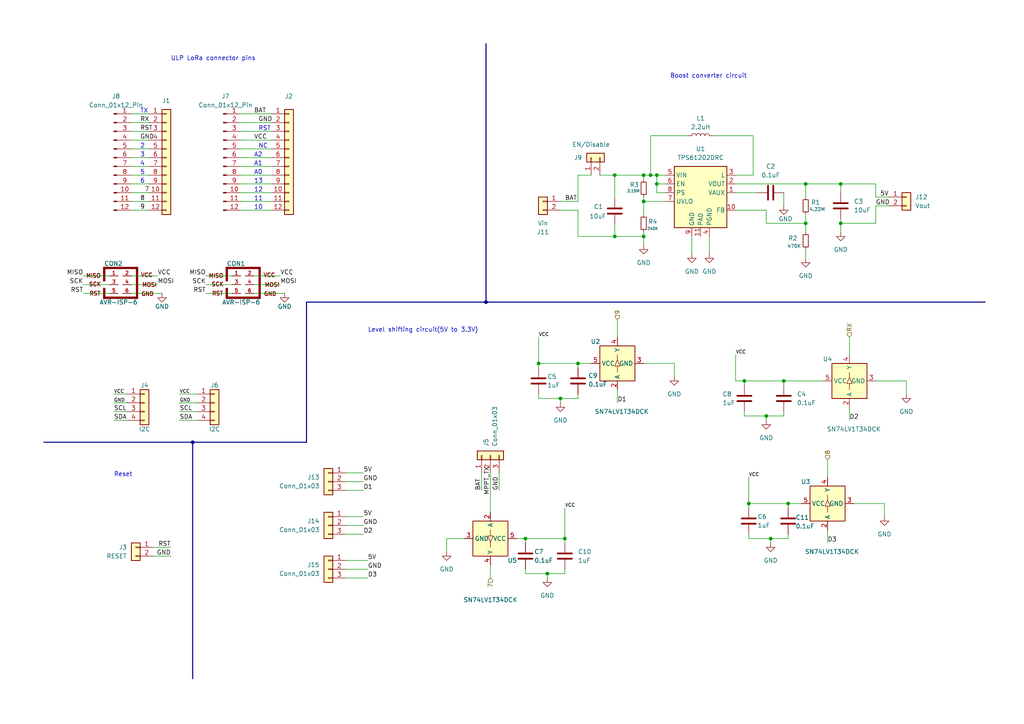
<source format=kicad_sch>
(kicad_sch (version 20230121) (generator eeschema)
  (paper "A4")
  (title_block (title "ULP LoRa HAT v1.0.1") (date "2023-12-01") (rev "v1.0.1") (company "ICFOSS"))
  (lib_symbols
    (symbol "Connector:Conn_01x12_Pin" (pin_names (offset 1.016) hide)
      (property "Reference" "J" (at 0 15.24 0))
      (property "Value" "Conn_01x12_Pin" (at 0 -17.78 0))
      (symbol "Conn_01x12_Pin_1_1"
        (polyline (pts (xy 1.27 -15.24) (xy 0.8636 -15.24)) (stroke (width 0.1524)))
        (polyline (pts (xy 1.27 -12.7) (xy 0.8636 -12.7)) (stroke (width 0.1524)))
        (polyline (pts (xy 1.27 -10.16) (xy 0.8636 -10.16)) (stroke (width 0.1524)))
        (polyline (pts (xy 1.27 -7.62) (xy 0.8636 -7.62)) (stroke (width 0.1524)))
        (polyline (pts (xy 1.27 -5.08) (xy 0.8636 -5.08)) (stroke (width 0.1524)))
        (polyline (pts (xy 1.27 -2.54) (xy 0.8636 -2.54)) (stroke (width 0.1524)))
        (polyline (pts (xy 1.27 0) (xy 0.8636 0)) (stroke (width 0.1524)))
        (polyline (pts (xy 1.27 2.54) (xy 0.8636 2.54)) (stroke (width 0.1524)))
        (polyline (pts (xy 1.27 5.08) (xy 0.8636 5.08)) (stroke (width 0.1524)))
        (polyline (pts (xy 1.27 7.62) (xy 0.8636 7.62)) (stroke (width 0.1524)))
        (polyline (pts (xy 1.27 10.16) (xy 0.8636 10.16)) (stroke (width 0.1524)))
        (polyline (pts (xy 1.27 12.7) (xy 0.8636 12.7)) (stroke (width 0.1524)))
        (rectangle (start 0.8636 -15.113) (end 0 -15.367) (stroke (width 0.1524)) (fill (type outline)))
        (rectangle (start 0.8636 -12.573) (end 0 -12.827) (stroke (width 0.1524)) (fill (type outline)))
        (rectangle (start 0.8636 -10.033) (end 0 -10.287) (stroke (width 0.1524)) (fill (type outline)))
        (rectangle (start 0.8636 -7.493) (end 0 -7.747) (stroke (width 0.1524)) (fill (type outline)))
        (rectangle (start 0.8636 -4.953) (end 0 -5.207) (stroke (width 0.1524)) (fill (type outline)))
        (rectangle (start 0.8636 -2.413) (end 0 -2.667) (stroke (width 0.1524)) (fill (type outline)))
        (rectangle (start 0.8636 0.127) (end 0 -0.127) (stroke (width 0.1524)) (fill (type outline)))
        (rectangle (start 0.8636 2.667) (end 0 2.413) (stroke (width 0.1524)) (fill (type outline)))
        (rectangle (start 0.8636 5.207) (end 0 4.953) (stroke (width 0.1524)) (fill (type outline)))
        (rectangle (start 0.8636 7.747) (end 0 7.493) (stroke (width 0.1524)) (fill (type outline)))
        (rectangle (start 0.8636 10.287) (end 0 10.033) (stroke (width 0.1524)) (fill (type outline)))
        (rectangle (start 0.8636 12.827) (end 0 12.573) (stroke (width 0.1524)) (fill (type outline)))
        (pin passive line (at 5.08 12.7 180) (length 3.81) (name "Pin_1") (number "1"))
        (pin passive line (at 5.08 -10.16 180) (length 3.81) (name "Pin_10") (number "10"))
        (pin passive line (at 5.08 -12.7 180) (length 3.81) (name "Pin_11") (number "11"))
        (pin passive line (at 5.08 -15.24 180) (length 3.81) (name "Pin_12") (number "12"))
        (pin passive line (at 5.08 10.16 180) (length 3.81) (name "Pin_2") (number "2"))
        (pin passive line (at 5.08 7.62 180) (length 3.81) (name "Pin_3") (number "3"))
        (pin passive line (at 5.08 5.08 180) (length 3.81) (name "Pin_4") (number "4"))
        (pin passive line (at 5.08 2.54 180) (length 3.81) (name "Pin_5") (number "5"))
        (pin passive line (at 5.08 0 180) (length 3.81) (name "Pin_6") (number "6"))
        (pin passive line (at 5.08 -2.54 180) (length 3.81) (name "Pin_7") (number "7"))
        (pin passive line (at 5.08 -5.08 180) (length 3.81) (name "Pin_8") (number "8"))
        (pin passive line (at 5.08 -7.62 180) (length 3.81) (name "Pin_9") (number "9"))
      )
    )
    (symbol "Connector_Generic:Conn_01x02" (pin_names (offset 1.016) hide)
      (property "Reference" "J" (at 0 2.54 0))
      (property "Value" "Conn_01x02" (at 0 -5.08 0))
      (symbol "Conn_01x02_1_1"
        (rectangle (start -1.27 -2.413) (end 0 -2.667) (stroke (width 0.1524)))
        (rectangle (start -1.27 0.127) (end 0 -0.127) (stroke (width 0.1524)))
        (rectangle (start -1.27 1.27) (end 1.27 -3.81) (stroke (width 0.254)) (fill (type background)))
        (pin passive line (at -5.08 0 0) (length 3.81) (name "Pin_1") (number "1"))
        (pin passive line (at -5.08 -2.54 0) (length 3.81) (name "Pin_2") (number "2"))
      )
    )
    (symbol "Connector_Generic:Conn_01x03" (pin_names (offset 1.016) hide)
      (property "Reference" "J" (at 0 5.08 0))
      (property "Value" "Conn_01x03" (at 0 -5.08 0))
      (symbol "Conn_01x03_1_1"
        (rectangle (start -1.27 -2.413) (end 0 -2.667) (stroke (width 0.1524)))
        (rectangle (start -1.27 0.127) (end 0 -0.127) (stroke (width 0.1524)))
        (rectangle (start -1.27 2.667) (end 0 2.413) (stroke (width 0.1524)))
        (rectangle (start -1.27 3.81) (end 1.27 -3.81) (stroke (width 0.254)) (fill (type background)))
        (pin passive line (at -5.08 2.54 0) (length 3.81) (name "Pin_1") (number "1"))
        (pin passive line (at -5.08 0 0) (length 3.81) (name "Pin_2") (number "2"))
        (pin passive line (at -5.08 -2.54 0) (length 3.81) (name "Pin_3") (number "3"))
      )
    )
    (symbol "Connector_Generic:Conn_01x12" (pin_names (offset 1.016) hide)
      (property "Reference" "J" (at 0 15.24 0))
      (property "Value" "Conn_01x12" (at 0 -17.78 0))
      (symbol "Conn_01x12_1_1"
        (rectangle (start -1.27 -15.113) (end 0 -15.367) (stroke (width 0.1524)))
        (rectangle (start -1.27 -12.573) (end 0 -12.827) (stroke (width 0.1524)))
        (rectangle (start -1.27 -10.033) (end 0 -10.287) (stroke (width 0.1524)))
        (rectangle (start -1.27 -7.493) (end 0 -7.747) (stroke (width 0.1524)))
        (rectangle (start -1.27 -4.953) (end 0 -5.207) (stroke (width 0.1524)))
        (rectangle (start -1.27 -2.413) (end 0 -2.667) (stroke (width 0.1524)))
        (rectangle (start -1.27 0.127) (end 0 -0.127) (stroke (width 0.1524)))
        (rectangle (start -1.27 2.667) (end 0 2.413) (stroke (width 0.1524)))
        (rectangle (start -1.27 5.207) (end 0 4.953) (stroke (width 0.1524)))
        (rectangle (start -1.27 7.747) (end 0 7.493) (stroke (width 0.1524)))
        (rectangle (start -1.27 10.287) (end 0 10.033) (stroke (width 0.1524)))
        (rectangle (start -1.27 12.827) (end 0 12.573) (stroke (width 0.1524)))
        (rectangle (start -1.27 13.97) (end 1.27 -16.51) (stroke (width 0.254)) (fill (type background)))
        (pin passive line (at -5.08 12.7 0) (length 3.81) (name "Pin_1") (number "1"))
        (pin passive line (at -5.08 -10.16 0) (length 3.81) (name "Pin_10") (number "10"))
        (pin passive line (at -5.08 -12.7 0) (length 3.81) (name "Pin_11") (number "11"))
        (pin passive line (at -5.08 -15.24 0) (length 3.81) (name "Pin_12") (number "12"))
        (pin passive line (at -5.08 10.16 0) (length 3.81) (name "Pin_2") (number "2"))
        (pin passive line (at -5.08 7.62 0) (length 3.81) (name "Pin_3") (number "3"))
        (pin passive line (at -5.08 5.08 0) (length 3.81) (name "Pin_4") (number "4"))
        (pin passive line (at -5.08 2.54 0) (length 3.81) (name "Pin_5") (number "5"))
        (pin passive line (at -5.08 0 0) (length 3.81) (name "Pin_6") (number "6"))
        (pin passive line (at -5.08 -2.54 0) (length 3.81) (name "Pin_7") (number "7"))
        (pin passive line (at -5.08 -5.08 0) (length 3.81) (name "Pin_8") (number "8"))
        (pin passive line (at -5.08 -7.62 0) (length 3.81) (name "Pin_9") (number "9"))
      )
    )
    (symbol "Device:C" (pin_numbers hide) (pin_names (offset 0.254))
      (property "Reference" "C" (at 0.635 2.54 0))
      (property "Value" "C" (at 0.635 -2.54 0))
      (symbol "C_0_1"
        (polyline (pts (xy -2.032 -0.762) (xy 2.032 -0.762)) (stroke (width 0.508)))
        (polyline (pts (xy -2.032 0.762) (xy 2.032 0.762)) (stroke (width 0.508)))
      )
      (symbol "C_1_1"
        (pin passive line (at 0 3.81 270) (length 2.794) (name "~") (number "1"))
        (pin passive line (at 0 -3.81 90) (length 2.794) (name "~") (number "2"))
      )
    )
    (symbol "Device:L" (pin_numbers hide) (pin_names (offset 1.016) hide)
      (property "Reference" "L" (at -1.27 0 90))
      (property "Value" "L" (at 1.905 0 90))
      (symbol "L_0_1"
        (arc (start 0 -2.54) (mid 0.6323 -1.905) (end 0 -1.27))
        (arc (start 0 -1.27) (mid 0.6323 -0.635) (end 0 0))
        (arc (start 0 0) (mid 0.6323 0.635) (end 0 1.27))
        (arc (start 0 1.27) (mid 0.6323 1.905) (end 0 2.54))
      )
      (symbol "L_1_1"
        (pin passive line (at 0 3.81 270) (length 1.27) (name "1") (number "1"))
        (pin passive line (at 0 -3.81 90) (length 1.27) (name "2") (number "2"))
      )
    )
    (symbol "Device:R_Small" (pin_numbers hide) (pin_names (offset 0.254) hide)
      (property "Reference" "R" (at 0.762 0.508 0))
      (property "Value" "R_Small" (at 0.762 -1.016 0))
      (symbol "R_Small_0_1"
        (rectangle (start -0.762 1.778) (end 0.762 -1.778) (stroke (width 0.2032)))
      )
      (symbol "R_Small_1_1"
        (pin passive line (at 0 2.54 270) (length 0.762) (name "~") (number "1"))
        (pin passive line (at 0 -2.54 90) (length 0.762) (name "~") (number "2"))
      )
    )
    (symbol "Logic_LevelTranslator:SN74LV1T34DCK"
      (property "Reference" "U" (at 5.08 6.35 0))
      (property "Value" "SN74LV1T34DCK" (at 5.08 3.81 0))
      (symbol "SN74LV1T34DCK_0_1"
        (rectangle (start -5.08 5.08) (end 5.08 -5.08) (stroke (width 0.254)) (fill (type background)))
        (polyline (pts (xy -0.762 0) (xy -2.54 0)))
        (polyline (pts (xy 1.016 0) (xy 2.54 0)))
      )
      (symbol "SN74LV1T34DCK_1_1"
        (polyline (pts (xy -0.762 -0.762) (xy -0.762 0.762) (xy 1.016 0) (xy -0.762 -0.762)))
        (pin no_connect line (at -5.08 2.54 0) (length 2.54) hide (name "NC") (number "1"))
        (pin input line (at -7.62 0 0) (length 2.54) (name "A") (number "2"))
        (pin power_in line (at 0 -7.62 90) (length 2.54) (name "GND") (number "3"))
        (pin output line (at 7.62 0 180) (length 2.54) (name "Y") (number "4"))
        (pin power_in line (at 0 7.62 270) (length 2.54) (name "VCC") (number "5"))
      )
    )
    (symbol "Regulator_Switching:TPS61202DRC"
      (property "Reference" "U" (at -10.16 8.89 0))
      (property "Value" "TPS61202DRC" (at -2.54 8.89 0))
      (symbol "TPS61202DRC_0_1"
        (rectangle (start -7.62 7.62) (end 7.62 -10.16) (stroke (width 0.254)) (fill (type background)))
      )
      (symbol "TPS61202DRC_1_1"
        (pin bidirectional line (at 10.16 0 180) (length 2.54) (name "VAUX") (number "1"))
        (pin input line (at 10.16 -5.08 180) (length 2.54) (name "FB") (number "10"))
        (pin power_in line (at 0 -12.7 90) (length 2.54) (name "PAD") (number "11"))
        (pin power_out line (at 10.16 2.54 180) (length 2.54) (name "VOUT") (number "2"))
        (pin input line (at 10.16 5.08 180) (length 2.54) (name "L") (number "3"))
        (pin power_in line (at 2.54 -12.7 90) (length 2.54) (name "PGND") (number "4"))
        (pin power_in line (at -10.16 5.08 0) (length 2.54) (name "VIN") (number "5"))
        (pin input line (at -10.16 2.54 0) (length 2.54) (name "EN") (number "6"))
        (pin input line (at -10.16 -2.54 0) (length 2.54) (name "UVLO") (number "7"))
        (pin input line (at -10.16 0 0) (length 2.54) (name "PS") (number "8"))
        (pin power_in line (at -2.54 -12.7 90) (length 2.54) (name "GND") (number "9"))
      )
    )
    (symbol "ULPLoRa-rescue:AVR-ISP-6" (pin_names (offset 1.016))
      (property "Reference" "CON" (at -2.667 6.096 0))
      (property "Value" "AVR-ISP-6" (at -6.731 -5.842 0))
      (symbol "AVR-ISP-6_0_0"
        (text "SCK" (at -8.001 0.127 0) (effects (font (size 1.143 1.143) bold)))
        (text "VCC" (at 6.985 2.794 0) (effects (font (size 1.143 1.143) bold)))
      )
      (symbol "AVR-ISP-6_0_1"
        (rectangle (start -5.207 -3.556) (end 4.191 -4.064) (fill (type outline)))
        (rectangle (start -5.207 5.08) (end 3.937 4.572) (fill (type outline)))
        (rectangle (start -5.08 -4.064) (end -5.588 -1.016) (fill (type outline)))
        (rectangle (start -5.08 5.08) (end -5.588 1.016) (fill (type outline)))
        (rectangle (start 3.937 5.08) (end 4.445 -4.064) (fill (type outline)))
      )
      (symbol "AVR-ISP-6_1_0"
        (text "GND" (at 7.239 -2.667 0) (effects (font (size 1.143 1.143) bold)))
        (text "MISO" (at -8.4582 2.5908 0) (effects (font (size 1.143 1.143) bold)))
        (text "MOSI" (at 7.7978 -0.0508 0) (effects (font (size 1.143 1.143) bold)))
        (text "RST" (at -8.001 -2.54 0) (effects (font (size 1.143 1.143) bold)))
      )
      (symbol "AVR-ISP-6_1_1"
        (pin passive line (at -3.81 2.54 0) (length 2.54) (name "~") (number "1"))
        (pin passive line (at 2.54 2.54 180) (length 2.54) (name "~") (number "2"))
        (pin passive line (at -3.81 0 0) (length 2.54) (name "~") (number "3"))
        (pin passive line (at 2.54 0 180) (length 2.54) (name "~") (number "4"))
        (pin passive line (at -3.81 -2.54 0) (length 2.54) (name "~") (number "5"))
        (pin passive line (at 2.54 -2.54 180) (length 2.54) (name "~") (number "6"))
      )
    )
    (symbol "ULPLoRa-rescue:Conn_01x04" (pin_names (offset 1.016) hide)
      (property "Reference" "J" (at 0 5.08 0))
      (property "Value" "Conn_01x04" (at 0 -7.62 0))
      (symbol "Conn_01x04_1_1"
        (rectangle (start -1.27 -4.953) (end 0 -5.207) (stroke (width 0.1524)))
        (rectangle (start -1.27 -2.413) (end 0 -2.667) (stroke (width 0.1524)))
        (rectangle (start -1.27 0.127) (end 0 -0.127) (stroke (width 0.1524)))
        (rectangle (start -1.27 2.667) (end 0 2.413) (stroke (width 0.1524)))
        (rectangle (start -1.27 3.81) (end 1.27 -6.35) (stroke (width 0.254)) (fill (type background)))
        (pin passive line (at -5.08 2.54 0) (length 3.81) (name "Pin_1") (number "1"))
        (pin passive line (at -5.08 0 0) (length 3.81) (name "Pin_2") (number "2"))
        (pin passive line (at -5.08 -2.54 0) (length 3.81) (name "Pin_3") (number "3"))
        (pin passive line (at -5.08 -5.08 0) (length 3.81) (name "Pin_4") (number "4"))
      )
    )
    (symbol "ULPLoRa-rescue:GND" (power) (pin_names (offset 0))
      (property "Value" "GND" (at 0 -3.81 0))
      (symbol "GND_0_1"
        (polyline (pts (xy 0 0) (xy 0 -1.27) (xy 1.27 -1.27) (xy 0 -2.54) (xy -1.27 -1.27) (xy 0 -1.27)))
      )
      (symbol "GND_1_1"
        (pin power_in line (at 0 0 270) (length 0) hide (name "GND") (number "1"))
      )
    )
    (symbol "power:GND" (power) (pin_names (offset 0))
      (property "Value" "GND" (at 0 -3.81 0))
      (symbol "GND_0_1"
        (polyline (pts (xy 0 0) (xy 0 -1.27) (xy 1.27 -1.27) (xy 0 -2.54) (xy -1.27 -1.27) (xy 0 -1.27)))
      )
      (symbol "GND_1_1"
        (pin power_in line (at 0 0 270) (length 0) hide (name "GND") (number "1"))
      )
    )
  )
  (junction (at 140.97 87.63))
  (junction (at 186.69 50.8))
  (junction (at 167.64 105.41))
  (junction (at 222.25 120.65))
  (junction (at 163.83 156.21))
  (junction (at 188.6907 50.8))
  (junction (at 190.5 53.34))
  (junction (at 243.84 64.77))
  (junction (at 215.9 110.49))
  (junction (at 178.308 68.58))
  (junction (at 217.17 146.05))
  (junction (at 228.6 146.05))
  (junction (at 233.68 53.34))
  (junction (at 186.69 68.58))
  (junction (at 186.69 58.42))
  (junction (at 152.4 156.21))
  (junction (at 156.21 105.41))
  (junction (at 233.68 64.77))
  (junction (at 162.56 115.57))
  (junction (at 178.308 50.8))
  (junction (at 55.88 128.27))
  (junction (at 223.52 156.21))
  (junction (at 227.33 110.49))
  (junction (at 190.5 50.8))
  (junction (at 158.75 166.37))
  (junction (at 243.84 53.34))
  (wire (pts (xy 38.1 80.01) (xy 45.72 80.01)))
  (wire (pts (xy 262.89 110.49) (xy 262.89 114.3)))
  (wire (pts (xy 167.64 106.68) (xy 167.64 105.41)))
  (wire (pts (xy 142.24 137.16) (xy 142.24 148.59)))
  (wire (pts (xy 243.84 64.77) (xy 254 64.77)))
  (wire (pts (xy 69.85 48.26) (xy 78.74 48.26)))
  (wire (pts (xy 233.68 53.34) (xy 233.68 57.15)))
  (wire (pts (xy 167.64 68.58) (xy 178.308 68.58)))
  (wire (pts (xy 246.38 97.79) (xy 246.38 102.87)))
  (wire (pts (xy 233.68 64.77) (xy 233.68 67.31)))
  (wire (pts (xy 223.52 156.21) (xy 223.52 157.48)))
  (wire (pts (xy 233.68 53.34) (xy 243.84 53.34)))
  (wire (pts (xy 222.25 120.65) (xy 222.25 121.92)))
  (wire (pts (xy 69.85 43.18) (xy 78.74 43.18)))
  (wire (pts (xy 217.17 138.43) (xy 217.17 146.05)))
  (wire (pts (xy 73.66 85.09) (xy 82.55 85.09)))
  (wire (pts (xy 100.33 154.94) (xy 105.41 154.94)))
  (wire (pts (xy 246.38 118.11) (xy 246.38 121.92)))
  (wire (pts (xy 152.4 166.37) (xy 158.75 166.37)))
  (wire (pts (xy 200.66 68.58) (xy 200.66 73.66)))
  (wire (pts (xy 69.85 58.42) (xy 78.74 58.42)))
  (wire (pts (xy 186.69 57.15) (xy 186.69 58.42)))
  (wire (pts (xy 167.64 60.96) (xy 167.64 68.58)))
  (wire (pts (xy 222.25 64.77) (xy 233.68 64.77)))
  (wire (pts (xy 69.85 35.56) (xy 78.74 35.56)))
  (wire (pts (xy 227.33 55.88) (xy 227.33 59.69)))
  (wire (pts (xy 67.31 80.01) (xy 59.69 80.01)))
  (wire (pts (xy 243.84 63.5) (xy 243.84 64.77)))
  (wire (pts (xy 156.21 106.68) (xy 156.21 105.41)))
  (wire (pts (xy 233.68 72.39) (xy 233.68 74.93)))
  (wire (pts (xy 73.66 80.01) (xy 81.28 80.01)))
  (bus (pts (xy 88.9 87.63) (xy 140.97 87.63)))
  (wire (pts (xy 100.33 142.24) (xy 105.41 142.24)))
  (wire (pts (xy 33.02 121.92) (xy 36.83 121.92)))
  (wire (pts (xy 139.7 142.24) (xy 139.7 137.16)))
  (wire (pts (xy 227.33 111.76) (xy 227.33 110.49)))
  (wire (pts (xy 254 110.49) (xy 262.89 110.49)))
  (wire (pts (xy 205.74 68.58) (xy 205.74 73.66)))
  (wire (pts (xy 213.36 53.34) (xy 233.68 53.34)))
  (wire (pts (xy 186.69 68.58) (xy 186.69 71.12)))
  (wire (pts (xy 49.53 161.29) (xy 44.45 161.29)))
  (wire (pts (xy 38.1 58.42) (xy 43.18 58.42)))
  (wire (pts (xy 69.85 33.02) (xy 78.74 33.02)))
  (wire (pts (xy 100.33 149.86) (xy 105.41 149.86)))
  (wire (pts (xy 156.21 97.79) (xy 156.21 105.41)))
  (wire (pts (xy 186.69 50.8) (xy 186.69 52.07)))
  (wire (pts (xy 149.86 156.21) (xy 152.4 156.21)))
  (wire (pts (xy 228.6 154.94) (xy 228.6 156.21)))
  (wire (pts (xy 213.36 60.96) (xy 222.25 60.96)))
  (wire (pts (xy 227.33 119.38) (xy 227.33 120.65)))
  (wire (pts (xy 100.33 137.16) (xy 105.41 137.16)))
  (wire (pts (xy 31.75 80.01) (xy 24.13 80.01)))
  (wire (pts (xy 31.75 85.09) (xy 24.13 85.09)))
  (wire (pts (xy 178.308 50.8) (xy 178.308 57.404)))
  (wire (pts (xy 52.07 116.84) (xy 57.15 116.84)))
  (wire (pts (xy 100.33 167.64) (xy 106.68 167.64)))
  (wire (pts (xy 38.1 50.8) (xy 43.18 50.8)))
  (wire (pts (xy 256.54 146.05) (xy 256.54 149.86)))
  (wire (pts (xy 186.69 105.41) (xy 195.58 105.41)))
  (wire (pts (xy 38.1 82.55) (xy 45.72 82.55)))
  (wire (pts (xy 38.1 45.72) (xy 43.18 45.72)))
  (wire (pts (xy 69.85 50.8) (xy 78.74 50.8)))
  (wire (pts (xy 162.56 58.42) (xy 167.64 58.42)))
  (bus (pts (xy 140.97 87.63) (xy 285.75 87.63)))
  (wire (pts (xy 217.17 146.05) (xy 228.6 146.05)))
  (wire (pts (xy 158.75 166.37) (xy 158.75 167.64)))
  (wire (pts (xy 52.07 121.92) (xy 57.15 121.92)))
  (wire (pts (xy 100.33 152.4) (xy 105.41 152.4)))
  (wire (pts (xy 163.83 147.32) (xy 163.83 156.21)))
  (wire (pts (xy 218.44 39.37) (xy 218.44 50.8)))
  (wire (pts (xy 222.25 60.96) (xy 222.25 64.77)))
  (wire (pts (xy 73.66 82.55) (xy 81.28 82.55)))
  (wire (pts (xy 152.4 156.21) (xy 163.83 156.21)))
  (wire (pts (xy 162.56 115.57) (xy 162.56 116.84)))
  (wire (pts (xy 129.54 156.21) (xy 129.54 160.02)))
  (wire (pts (xy 222.25 120.65) (xy 227.33 120.65)))
  (wire (pts (xy 33.02 119.38) (xy 36.83 119.38)))
  (wire (pts (xy 217.17 147.32) (xy 217.17 146.05)))
  (wire (pts (xy 167.64 114.3) (xy 167.64 115.57)))
  (wire (pts (xy 69.85 60.96) (xy 78.74 60.96)))
  (wire (pts (xy 162.56 115.57) (xy 167.64 115.57)))
  (wire (pts (xy 179.07 92.71) (xy 179.07 97.79)))
  (wire (pts (xy 186.69 58.42) (xy 193.04 58.42)))
  (wire (pts (xy 33.02 116.84) (xy 36.83 116.84)))
  (wire (pts (xy 213.36 110.49) (xy 215.9 110.49)))
  (wire (pts (xy 52.07 114.3) (xy 57.15 114.3)))
  (wire (pts (xy 240.03 133.35) (xy 240.03 138.43)))
  (wire (pts (xy 49.53 158.75) (xy 44.45 158.75)))
  (wire (pts (xy 52.07 119.38) (xy 57.15 119.38)))
  (wire (pts (xy 163.83 157.48) (xy 163.83 156.21)))
  (wire (pts (xy 179.07 113.03) (xy 179.07 116.84)))
  (wire (pts (xy 178.308 50.8) (xy 186.69 50.8)))
  (wire (pts (xy 38.1 55.88) (xy 43.18 55.88)))
  (wire (pts (xy 173.99 50.8) (xy 178.308 50.8)))
  (wire (pts (xy 199.39 39.37) (xy 188.6907 39.37)))
  (wire (pts (xy 228.6 146.05) (xy 232.41 146.05)))
  (wire (pts (xy 38.1 35.56) (xy 43.18 35.56)))
  (wire (pts (xy 38.1 53.34) (xy 43.18 53.34)))
  (wire (pts (xy 190.5 53.34) (xy 190.5 50.8)))
  (wire (pts (xy 162.56 60.96) (xy 167.64 60.96)))
  (bus (pts (xy 12.7 128.27) (xy 55.88 128.27)))
  (wire (pts (xy 247.65 146.05) (xy 256.54 146.05)))
  (wire (pts (xy 38.1 40.64) (xy 43.18 40.64)))
  (wire (pts (xy 167.64 50.8) (xy 171.45 50.8)))
  (wire (pts (xy 188.6907 39.37) (xy 188.6907 50.8)))
  (wire (pts (xy 240.03 153.67) (xy 240.03 157.48)))
  (wire (pts (xy 223.52 156.21) (xy 228.6 156.21)))
  (wire (pts (xy 156.21 115.57) (xy 162.56 115.57)))
  (wire (pts (xy 134.62 156.21) (xy 129.54 156.21)))
  (wire (pts (xy 156.21 114.3) (xy 156.21 115.57)))
  (wire (pts (xy 142.24 163.83) (xy 142.24 167.64)))
  (wire (pts (xy 69.85 40.64) (xy 78.74 40.64)))
  (wire (pts (xy 67.31 82.55) (xy 59.69 82.55)))
  (wire (pts (xy 243.84 53.34) (xy 254 53.34)))
  (wire (pts (xy 243.84 53.34) (xy 243.84 55.88)))
  (wire (pts (xy 100.33 165.1) (xy 106.68 165.1)))
  (wire (pts (xy 31.75 82.55) (xy 24.13 82.55)))
  (wire (pts (xy 195.58 105.41) (xy 195.58 109.22)))
  (wire (pts (xy 67.31 85.09) (xy 59.69 85.09)))
  (bus (pts (xy 55.88 128.27) (xy 55.88 196.85)))
  (bus (pts (xy 88.9 87.63) (xy 88.9 128.27)))
  (wire (pts (xy 152.4 165.1) (xy 152.4 166.37)))
  (wire (pts (xy 207.01 39.37) (xy 218.44 39.37)))
  (wire (pts (xy 38.1 48.26) (xy 43.18 48.26)))
  (wire (pts (xy 213.36 102.87) (xy 213.36 110.49)))
  (bus (pts (xy 88.9 128.27) (xy 55.88 128.27)))
  (wire (pts (xy 215.9 110.49) (xy 227.33 110.49)))
  (wire (pts (xy 218.44 50.8) (xy 213.36 50.8)))
  (wire (pts (xy 243.84 64.77) (xy 243.84 67.31)))
  (wire (pts (xy 217.17 156.21) (xy 223.52 156.21)))
  (wire (pts (xy 188.6907 50.8) (xy 190.5 50.8)))
  (wire (pts (xy 144.78 142.24) (xy 144.78 137.16)))
  (wire (pts (xy 178.308 68.58) (xy 186.69 68.58)))
  (wire (pts (xy 186.69 67.31) (xy 186.69 68.58)))
  (wire (pts (xy 69.85 53.34) (xy 78.74 53.34)))
  (wire (pts (xy 69.85 55.88) (xy 78.74 55.88)))
  (wire (pts (xy 190.5 50.8) (xy 193.04 50.8)))
  (wire (pts (xy 233.68 62.23) (xy 233.68 64.77)))
  (wire (pts (xy 152.4 157.48) (xy 152.4 156.21)))
  (wire (pts (xy 100.33 139.7) (xy 105.41 139.7)))
  (wire (pts (xy 217.17 154.94) (xy 217.17 156.21)))
  (wire (pts (xy 254 59.69) (xy 257.81 59.69)))
  (wire (pts (xy 215.9 111.76) (xy 215.9 110.49)))
  (wire (pts (xy 100.33 162.56) (xy 106.68 162.56)))
  (wire (pts (xy 38.1 43.18) (xy 43.18 43.18)))
  (wire (pts (xy 228.6 147.32) (xy 228.6 146.05)))
  (wire (pts (xy 163.83 165.1) (xy 163.83 166.37)))
  (bus (pts (xy 140.97 12.7) (xy 140.97 87.63)))
  (wire (pts (xy 38.1 60.96) (xy 43.18 60.96)))
  (wire (pts (xy 36.83 114.3) (xy 33.02 114.3)))
  (wire (pts (xy 215.9 120.65) (xy 222.25 120.65)))
  (wire (pts (xy 215.9 119.38) (xy 215.9 120.65)))
  (wire (pts (xy 38.1 38.1) (xy 43.18 38.1)))
  (wire (pts (xy 254 64.77) (xy 254 59.69)))
  (wire (pts (xy 190.5 53.34) (xy 193.04 53.34)))
  (wire (pts (xy 186.69 58.42) (xy 186.69 62.23)))
  (wire (pts (xy 227.33 110.49) (xy 238.76 110.49)))
  (wire (pts (xy 69.85 38.1) (xy 78.74 38.1)))
  (wire (pts (xy 38.1 85.09) (xy 46.99 85.09)))
  (wire (pts (xy 193.04 55.88) (xy 190.5 55.88)))
  (wire (pts (xy 186.69 50.8) (xy 188.6907 50.8)))
  (wire (pts (xy 254 57.15) (xy 257.81 57.15)))
  (wire (pts (xy 213.36 55.88) (xy 219.71 55.88)))
  (wire (pts (xy 167.64 105.41) (xy 171.45 105.41)))
  (wire (pts (xy 167.64 58.42) (xy 167.64 50.8)))
  (wire (pts (xy 190.5 55.88) (xy 190.5 53.34)))
  (wire (pts (xy 69.85 45.72) (xy 78.74 45.72)))
  (wire (pts (xy 156.21 105.41) (xy 167.64 105.41)))
  (wire (pts (xy 158.75 166.37) (xy 163.83 166.37)))
  (wire (pts (xy 178.308 65.024) (xy 178.308 68.58)))
  (wire (pts (xy 254 57.15) (xy 254 53.34)))
  (wire (pts (xy 38.1 33.02) (xy 43.18 33.02)))
  (text "Level shifting circuit(5V to 3.3V)" (at 106.68 96.52 0) (effects (font (size 1.27 1.27)) (justify left bottom)))
  (text "NC" (at 74.93 43.18 0) (effects (font (size 1.27 1.27)) (justify left bottom)))
  (text "13" (at 73.66 53.34 0) (effects (font (size 1.27 1.27)) (justify left bottom)))
  (text "4" (at 40.64 48.26 0) (effects (font (size 1.27 1.27)) (justify left bottom)))
  (text "10" (at 73.66 60.96 0) (effects (font (size 1.27 1.27)) (justify left bottom)))
  (text "2" (at 40.64 43.18 0) (effects (font (size 1.27 1.27)) (justify left bottom)))
  (text "6" (at 40.64 53.34 0) (effects (font (size 1.27 1.27)) (justify left bottom)))
  (text "3" (at 40.64 45.72 0) (effects (font (size 1.27 1.27)) (justify left bottom)))
  (text "ULP LoRa connector pins" (at 49.53 17.78 0) (effects (font (size 1.27 1.27)) (justify left bottom)))
  (text "A2" (at 73.66 45.72 0) (effects (font (size 1.27 1.27)) (justify left bottom)))
  (text "A1" (at 73.66 48.26 0) (effects (font (size 1.27 1.27)) (justify left bottom)))
  (text "11" (at 73.66 58.42 0) (effects (font (size 1.27 1.27)) (justify left bottom)))
  (text "Boost converter circuit" (at 194.31 22.86 0) (effects (font (size 1.27 1.27)) (justify left bottom)))
  (text "A0" (at 73.66 50.8 0) (effects (font (size 1.27 1.27)) (justify left bottom)))
  (text "RST" (at 74.93 38.1 0) (effects (font (size 1.27 1.27)) (justify left bottom)))
  (text "12" (at 73.66 55.88 0) (effects (font (size 1.27 1.27)) (justify left bottom)))
  (text "Reset" (at 33.02 138.43 0) (effects (font (size 1.27 1.27)) (justify left bottom)))
  (text "TX" (at 40.64 33.02 0) (effects (font (size 1.27 1.27)) (justify left bottom)))
  (text "5" (at 40.64 50.8 0) (effects (font (size 1.27 1.27)) (justify left bottom)))
  (label "GND" (at 106.68 165.1 0))
  (label "GND" (at 144.78 142.24 90))
  (label "BAT" (at 73.66 33.02 0))
  (label "GND" (at 49.53 161.29 180))
  (label "GND" (at 254 59.69 0))
  (label "D2" (at 105.41 154.94 0))
  (label "7" (at 41.91 55.88 0))
  (label "GND" (at 74.93 35.56 0))
  (label "MOSI" (at 81.28 82.55 0))
  (label "8" (at 40.64 58.42 0))
  (label "GND" (at 40.64 40.64 0))
  (label "RST" (at 24.13 85.09 180))
  (label "RX" (at 40.64 35.56 0))
  (label "MISO" (at 24.13 80.01 180))
  (label "VCC" (at 45.72 80.01 0))
  (label "RST" (at 59.69 85.09 180))
  (label "SCL" (at 52.07 119.38 0))
  (label "VCC" (at 33.02 114.3 0) (effects (font (size 0.9906 0.9906))))
  (label "VCC" (at 156.21 97.79 0) (effects (font (size 0.9906 0.9906))))
  (label "MPPT_TX" (at 142.24 143.51 90))
  (label "5V" (at 255.27 57.15 0))
  (label "GND" (at 105.41 139.7 0))
  (label "5V" (at 105.41 137.16 0))
  (label "GND" (at 52.07 116.84 0) (effects (font (size 0.9906 0.9906))))
  (label "SCL" (at 33.02 119.38 0))
  (label "GND" (at 105.41 152.4 0))
  (label "SCK" (at 24.13 82.55 180))
  (label "MISO" (at 59.69 80.01 180))
  (label "VCC" (at 163.83 147.32 0) (effects (font (size 0.9906 0.9906))))
  (label "VCC" (at 52.07 114.3 0) (effects (font (size 0.9906 0.9906))))
  (label "GND" (at 33.02 116.84 0) (effects (font (size 0.9906 0.9906))))
  (label "SDA" (at 52.07 121.92 0))
  (label "BAT" (at 163.83 58.42 0))
  (label "RST" (at 40.64 38.1 0))
  (label "D2" (at 246.38 121.92 0))
  (label "SDA" (at 33.02 121.92 0))
  (label "D1" (at 179.07 116.84 0))
  (label "VCC" (at 81.28 80.01 0))
  (label "9" (at 40.64 60.96 0))
  (label "VCC" (at 213.36 102.87 0) (effects (font (size 0.9906 0.9906))))
  (label "5V" (at 105.41 149.86 0))
  (label "RST" (at 49.53 158.75 180))
  (label "VCC" (at 73.66 40.64 0))
  (label "D3" (at 106.68 167.64 0))
  (label "BAT" (at 139.7 142.24 90))
  (label "MOSI" (at 45.72 82.55 0))
  (label "SCK" (at 59.69 82.55 180))
  (label "5V" (at 106.68 162.56 0))
  (label "VCC" (at 217.17 138.43 0) (effects (font (size 0.9906 0.9906))))
  (label "D1" (at 105.41 142.24 0))
  (label "D3" (at 240.03 157.48 0))
  (hierarchical_label "RX" (shape input) (at 246.38 97.79 90))
  (hierarchical_label "9" (shape input) (at 179.07 92.71 90))
  (hierarchical_label "7" (shape input) (at 142.24 167.64 270))
  (hierarchical_label "8" (shape input) (at 240.03 133.35 90))
  (symbol (lib_id "Device:C") (at 223.52 55.88 90) (unit 1)
    (property "Reference" "C2" (at 223.52 48.26 90))
    (property "Value" "0.1uF" (at 223.52 50.8 90))
    (property "Footprint" "Capacitor_SMD:C_0805_2012Metric" (effects hide))
  )
  (symbol (lib_id "Regulator_Switching:TPS61202DRC") (at 203.2 55.88 0) (unit 1)
    (property "Reference" "U1" (at 203.2 43.18 0))
    (property "Value" "TPS61202DRC" (at 203.2 45.72 0))
    (property "Footprint" "Package_SON:Texas_S-PVSON-N10_ThermalVias" (effects hide))
    (property "Datasheet" "http://www.ti.com/lit/ds/symlink/tps61200.pdf" (effects hide))
  )
  (symbol (lib_id "Connector_Generic:Conn_01x12") (at 83.82 45.72 0) (unit 1)
    (property "Reference" "J2" (at 82.55 27.94 0) (effects (justify left)))
    (property "Value" "Conn_01x12" (effects hide))
    (property "Footprint" "Connector_PinHeader_2.54mm:PinHeader_1x12_P2.54mm_Vertical" (effects hide))
  )
  (symbol (lib_id "power:GND") (at 243.84 67.31 0) (unit 1)
    (property "Reference" "#PWR06" (effects hide))
    (property "Value" "GND" (at 243.84 72.39 0))
  )
  (symbol (lib_id "Logic_LevelTranslator:SN74LV1T34DCK") (at 142.24 156.21 270) (unit 1)
    (property "Reference" "U5" (at 148.59 162.56 90))
    (property "Value" "SN74LV1T34DCK" (at 142.24 173.99 90))
    (property "Footprint" "Package_TO_SOT_SMD:SOT-353_SC-70-5" (effects hide))
    (property "Datasheet" "https://www.ti.com/lit/ds/symlink/sn74lv1t34.pdf" (effects hide))
  )
  (symbol (lib_id "power:GND") (at 256.54 149.86 0) (unit 1)
    (property "Reference" "#PWR014" (effects hide))
    (property "Value" "GND" (at 256.54 154.94 0))
  )
  (symbol (lib_id "power:GND") (at 195.58 109.22 0) (unit 1)
    (property "Reference" "#PWR013" (effects hide))
    (property "Value" "GND" (at 195.58 114.3 0))
  )
  (symbol (lib_id "Device:R_Small") (at 233.68 69.85 0) (unit 1)
    (property "Reference" "R2" (at 228.6 69.088 0) (effects (justify left)))
    (property "Value" "470K" (at 228.346 71.374 0) (effects (font (size 1 1)) (justify left)))
    (property "Footprint" "Resistor_SMD:R_0805_2012Metric" (effects hide))
  )
  (symbol (lib_id "Device:C") (at 227.33 115.57 0) (unit 1)
    (property "Reference" "C4" (at 231.14 114.3 0) (effects (justify left)))
    (property "Value" "0.1uF" (at 231.14 116.84 0) (effects (justify left)))
    (property "Footprint" "Capacitor_SMD:C_0805_2012Metric" (effects hide))
  )
  (symbol (lib_id "power:GND") (at 227.33 59.69 0) (unit 1)
    (property "Reference" "#PWR04" (effects hide))
    (property "Value" "GND" (at 227.838 63.5 0))
  )
  (symbol (lib_id "Device:C") (at 163.83 161.29 0) (unit 1)
    (property "Reference" "C10" (at 167.64 160.02 0) (effects (justify left)))
    (property "Value" "1uF" (at 167.64 162.56 0) (effects (justify left)))
    (property "Footprint" "Capacitor_SMD:C_0805_2012Metric" (effects hide))
  )
  (symbol (lib_id "Device:R_Small") (at 186.69 54.61 0) (unit 1)
    (property "Reference" "R3" (at 182.626 53.594 0) (effects (justify left)))
    (property "Value" "2.15M" (at 181.864 55.372 0) (effects (font (size 0.8 0.8)) (justify left)))
    (property "Footprint" "Resistor_SMD:R_0805_2012Metric" (effects hide))
  )
  (symbol (lib_id "power:GND") (at 129.54 160.02 0) (unit 1)
    (property "Reference" "#PWR07" (effects hide))
    (property "Value" "GND" (at 129.54 165.1 0))
  )
  (symbol (lib_id "Logic_LevelTranslator:SN74LV1T34DCK") (at 240.03 146.05 90) (unit 1)
    (property "Reference" "U3" (at 233.68 139.7 90))
    (property "Value" "SN74LV1T34DCK" (at 241.3 160.02 90))
    (property "Footprint" "Package_TO_SOT_SMD:SOT-353_SC-70-5" (effects hide))
    (property "Datasheet" "https://www.ti.com/lit/ds/symlink/sn74lv1t34.pdf" (effects hide))
  )
  (symbol (lib_id "Connector_Generic:Conn_01x03") (at 95.25 165.1 0) (mirror y) (unit 1)
    (property "Reference" "J15" (at 92.71 163.83 0) (effects (justify left)))
    (property "Value" "Conn_01x03" (at 92.71 166.37 0) (effects (justify left)))
    (property "Footprint" "Connector_PinHeader_2.54mm:PinHeader_1x03_P2.54mm_Vertical" (effects hide))
  )
  (symbol (lib_id "power:GND") (at 233.68 74.93 0) (unit 1)
    (property "Reference" "#PWR011" (effects hide))
    (property "Value" "GND" (at 233.68 80.01 0))
  )
  (symbol (lib_id "power:GND") (at 162.56 116.84 0) (unit 1)
    (property "Reference" "#PWR015" (effects hide))
    (property "Value" "GND" (at 162.56 121.92 0))
  )
  (symbol (lib_id "power:GND") (at 158.75 167.64 0) (unit 1)
    (property "Reference" "#PWR016" (effects hide))
    (property "Value" "GND" (at 158.75 172.72 0))
  )
  (symbol (lib_id "Logic_LevelTranslator:SN74LV1T34DCK") (at 246.38 110.49 90) (unit 1)
    (property "Reference" "U4" (at 240.03 104.14 90))
    (property "Value" "SN74LV1T34DCK" (at 247.65 124.46 90))
    (property "Footprint" "Package_TO_SOT_SMD:SOT-353_SC-70-5" (effects hide))
    (property "Datasheet" "https://www.ti.com/lit/ds/symlink/sn74lv1t34.pdf" (effects hide))
  )
  (symbol (lib_id "ULPLoRa-rescue:GND") (at 82.55 85.09 0) (unit 1)
    (property "Reference" "#PWR01" (effects hide))
    (property "Value" "GND" (at 82.55 88.9 0))
  )
  (symbol (lib_id "ULPLoRa-rescue:AVR-ISP-6") (at 71.12 82.55 0) (unit 1)
    (property "Reference" "CON1" (at 68.453 76.454 0))
    (property "Value" "AVR-ISP-6" (at 64.389 88.392 0) (effects (justify left bottom)))
    (property "Footprint" "Connector_PinHeader_2.54mm:PinHeader_2x03_P2.54mm_Vertical" (effects hide))
  )
  (symbol (lib_id "Device:L") (at 203.2 39.37 90) (unit 1)
    (property "Reference" "L1" (at 203.2 34.29 90))
    (property "Value" "2.2uH" (at 203.2 36.83 90))
    (property "Footprint" "Inductor_SMD:L_0805_2012Metric" (effects hide))
  )
  (symbol (lib_id "power:GND") (at 262.89 114.3 0) (unit 1)
    (property "Reference" "#PWR012" (effects hide))
    (property "Value" "GND" (at 262.89 119.38 0))
  )
  (symbol (lib_id "Connector:Conn_01x12_Pin") (at 33.02 45.72 0) (unit 1)
    (property "Reference" "J8" (at 33.655 27.94 0))
    (property "Value" "Conn_01x12_Pin" (at 33.655 30.48 0))
    (property "Footprint" "Connector_PinHeader_2.54mm:PinHeader_1x12_P2.54mm_Vertical" (effects hide))
  )
  (symbol (lib_id "Connector_Generic:Conn_01x03") (at 95.25 139.7 0) (mirror y) (unit 1)
    (property "Reference" "J13" (at 92.71 138.43 0) (effects (justify left)))
    (property "Value" "Conn_01x03" (at 92.71 140.97 0) (effects (justify left)))
    (property "Footprint" "Connector_PinHeader_2.54mm:PinHeader_1x03_P2.54mm_Vertical" (effects hide))
  )
  (symbol (lib_id "Connector_Generic:Conn_01x03") (at 95.25 152.4 0) (mirror y) (unit 1)
    (property "Reference" "J14" (at 92.71 151.13 0) (effects (justify left)))
    (property "Value" "Conn_01x03" (at 92.71 153.67 0) (effects (justify left)))
    (property "Footprint" "Connector_PinHeader_2.54mm:PinHeader_1x03_P2.54mm_Vertical" (effects hide))
  )
  (symbol (lib_id "Connector_Generic:Conn_01x02") (at 262.89 57.15 0) (unit 1)
    (property "Reference" "J12" (at 265.43 57.15 0) (effects (justify left)))
    (property "Value" "Vout" (at 265.43 59.69 0) (effects (justify left)))
    (property "Footprint" "Connector_PinHeader_2.54mm:PinHeader_1x02_P2.54mm_Vertical" (effects hide))
  )
  (symbol (lib_id "Connector_Generic:Conn_01x03") (at 142.24 132.08 90) (unit 1)
    (property "Reference" "J5" (at 140.97 129.54 0) (effects (justify left)))
    (property "Value" "Conn_01x03" (at 143.51 129.54 0) (effects (justify left)))
    (property "Footprint" "Connector_PinHeader_2.54mm:PinHeader_1x03_P2.54mm_Vertical" (effects hide))
  )
  (symbol (lib_id "power:GND") (at 223.52 157.48 0) (unit 1)
    (property "Reference" "#PWR09" (effects hide))
    (property "Value" "GND" (at 223.52 162.56 0))
  )
  (symbol (lib_id "power:GND") (at 200.66 73.66 0) (unit 1)
    (property "Reference" "#PWR03" (effects hide))
    (property "Value" "GND" (at 200.66 78.74 0))
  )
  (symbol (lib_id "Device:C") (at 156.21 110.49 0) (unit 1)
    (property "Reference" "C5" (at 158.75 109.22 0) (effects (justify left)))
    (property "Value" "1uF" (at 158.75 111.76 0) (effects (justify left)))
    (property "Footprint" "Capacitor_SMD:C_0805_2012Metric" (effects hide))
  )
  (symbol (lib_id "power:GND") (at 222.25 121.92 0) (unit 1)
    (property "Reference" "#PWR08" (effects hide))
    (property "Value" "GND" (at 222.25 127 0))
  )
  (symbol (lib_id "Device:C") (at 167.64 110.49 0) (unit 1)
    (property "Reference" "C9" (at 170.6363 108.9375 0) (effects (justify left)))
    (property "Value" "0.1uF" (at 170.6363 111.4775 0) (effects (justify left)))
    (property "Footprint" "Capacitor_SMD:C_0805_2012Metric" (effects hide))
  )
  (symbol (lib_id "Connector_Generic:Conn_01x12") (at 48.26 45.72 0) (unit 1)
    (property "Reference" "J1" (at 46.99 29.21 0) (effects (justify left)))
    (property "Value" "Conn_01x12" (effects hide))
    (property "Footprint" "Connector_PinHeader_2.54mm:PinHeader_1x12_P2.54mm_Vertical" (effects hide))
  )
  (symbol (lib_id "Device:R_Small") (at 233.68 59.69 0) (unit 1)
    (property "Reference" "R1" (at 235.204 58.674 0) (effects (justify left)))
    (property "Value" "4.22M" (at 234.696 60.706 0) (effects (font (size 1 1)) (justify left)))
    (property "Footprint" "Resistor_SMD:R_0805_2012Metric" (effects hide))
  )
  (symbol (lib_id "Connector_Generic:Conn_01x02") (at 171.45 45.72 90) (unit 1)
    (property "Reference" "J9" (at 167.64 45.72 90))
    (property "Value" "EN/Disable" (at 171.45 41.91 90))
    (property "Footprint" "Connector_PinHeader_2.54mm:PinHeader_1x02_P2.54mm_Vertical" (effects hide))
  )
  (symbol (lib_id "Connector_Generic:Conn_01x02") (at 39.37 158.75 0) (mirror y) (unit 1)
    (property "Reference" "J3" (at 36.83 158.75 0) (effects (justify left)))
    (property "Value" "RESET" (at 36.83 161.29 0) (effects (justify left)))
    (property "Footprint" "Connector_PinHeader_2.54mm:PinHeader_1x02_P2.54mm_Vertical" (effects hide))
  )
  (symbol (lib_id "Logic_LevelTranslator:SN74LV1T34DCK") (at 179.07 105.41 90) (unit 1)
    (property "Reference" "U2" (at 172.72 99.06 90))
    (property "Value" "SN74LV1T34DCK" (at 180.34 119.38 90))
    (property "Footprint" "Package_TO_SOT_SMD:SOT-353_SC-70-5" (effects hide))
    (property "Datasheet" "https://www.ti.com/lit/ds/symlink/sn74lv1t34.pdf" (effects hide))
  )
  (symbol (lib_id "Device:C") (at 228.6 151.13 0) (unit 1)
    (property "Reference" "C11" (at 230.7438 150.089 0) (effects (justify left)))
    (property "Value" "0.1uF" (at 230.7438 152.629 0) (effects (justify left)))
    (property "Footprint" "Capacitor_SMD:C_0805_2012Metric" (effects hide))
  )
  (symbol (lib_id "ULPLoRa-rescue:Conn_01x04") (at 62.23 116.84 0) (unit 1)
    (property "Reference" "J6" (at 62.23 111.76 0))
    (property "Value" "I2C" (at 62.23 124.46 0))
    (property "Footprint" "Connector_PinHeader_2.54mm:PinHeader_1x04_P2.54mm_Vertical" (effects hide))
  )
  (symbol (lib_id "Device:C") (at 152.4 161.29 0) (unit 1)
    (property "Reference" "C7" (at 154.94 160.02 0) (effects (justify left)))
    (property "Value" "0.1uF" (at 154.94 162.56 0) (effects (justify left)))
    (property "Footprint" "Capacitor_SMD:C_0805_2012Metric" (effects hide))
  )
  (symbol (lib_id "power:GND") (at 205.74 73.66 0) (unit 1)
    (property "Reference" "#PWR05" (effects hide))
    (property "Value" "GND" (at 205.74 78.74 0))
  )
  (symbol (lib_id "Device:C") (at 178.308 61.214 180) (unit 1)
    (property "Reference" "C1" (at 172.212 59.944 0) (effects (justify right)))
    (property "Value" "10uF" (at 170.942 62.738 0) (effects (justify right)))
    (property "Footprint" "Capacitor_SMD:C_0402_1005Metric" (effects hide))
  )
  (symbol (lib_id "Connector_Generic:Conn_01x02") (at 157.48 58.42 0) (mirror y) (unit 1)
    (property "Reference" "J11" (at 157.48 67.31 0))
    (property "Value" "Vin" (at 157.48 64.77 0))
    (property "Footprint" "Connector_PinHeader_2.54mm:PinHeader_1x02_P2.54mm_Vertical" (effects hide))
  )
  (symbol (lib_id "ULPLoRa-rescue:GND") (at 46.99 85.09 0) (unit 1)
    (property "Reference" "#PWR010" (effects hide))
    (property "Value" "GND" (at 46.99 88.9 0))
  )
  (symbol (lib_id "Connector:Conn_01x12_Pin") (at 64.77 45.72 0) (unit 1)
    (property "Reference" "J7" (at 65.405 27.94 0))
    (property "Value" "Conn_01x12_Pin" (at 65.405 30.48 0))
    (property "Footprint" "Connector_PinHeader_2.54mm:PinHeader_1x12_P2.54mm_Vertical" (effects hide))
  )
  (symbol (lib_id "Device:C") (at 217.17 151.13 0) (unit 1)
    (property "Reference" "C6" (at 219.71 149.86 0) (effects (justify left)))
    (property "Value" "1uF" (at 219.71 152.4 0) (effects (justify left)))
    (property "Footprint" "Capacitor_SMD:C_0805_2012Metric" (effects hide))
  )
  (symbol (lib_id "Device:R_Small") (at 186.69 64.77 0) (unit 1)
    (property "Reference" "R4" (at 187.96 64.262 0) (effects (justify left)))
    (property "Value" "240K" (at 187.706 66.294 0) (effects (font (size 0.8 0.8)) (justify left)))
    (property "Footprint" "Resistor_SMD:R_0805_2012Metric" (effects hide))
  )
  (symbol (lib_id "Device:C") (at 243.84 59.69 180) (unit 1)
    (property "Reference" "C3" (at 247.65 58.42 0) (effects (justify right)))
    (property "Value" "10uF" (at 247.65 60.96 0) (effects (justify right)))
    (property "Footprint" "Capacitor_SMD:C_0402_1005Metric" (effects hide))
  )
  (symbol (lib_id "Device:C") (at 215.9 115.57 0) (unit 1)
    (property "Reference" "C8" (at 209.55 114.3 0) (effects (justify left)))
    (property "Value" "1uF" (at 209.55 116.84 0) (effects (justify left)))
    (property "Footprint" "Capacitor_SMD:C_0805_2012Metric" (effects hide))
  )
  (symbol (lib_id "ULPLoRa-rescue:Conn_01x04") (at 41.91 116.84 0) (unit 1)
    (property "Reference" "J4" (at 41.91 111.76 0))
    (property "Value" "I2C" (at 41.91 124.46 0))
    (property "Footprint" "Connector_PinHeader_2.54mm:PinHeader_1x04_P2.54mm_Vertical" (effects hide))
  )
  (symbol (lib_id "ULPLoRa-rescue:AVR-ISP-6") (at 35.56 82.55 0) (unit 1)
    (property "Reference" "CON2" (at 32.893 76.454 0))
    (property "Value" "AVR-ISP-6" (at 28.829 88.392 0) (effects (justify left bottom)))
    (property "Footprint" "Connector_PinHeader_2.54mm:PinHeader_2x03_P2.54mm_Vertical" (effects hide))
  )
  (symbol (lib_id "power:GND") (at 186.69 71.12 0) (unit 1)
    (property "Reference" "#PWR02" (effects hide))
    (property "Value" "GND" (at 186.69 76.2 0))
  )
)
</source>
